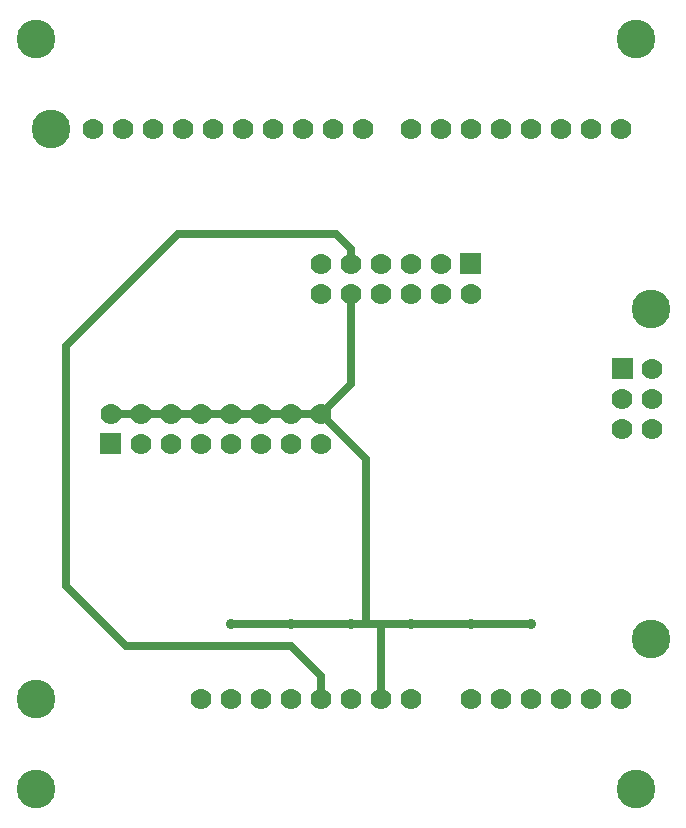
<source format=gbr>
G04 start of page 3 for group 5 idx 5 *
G04 Title: (unknown), bottom *
G04 Creator: pcb 20140316 *
G04 CreationDate: Wed 25 Jul 2018 01:27:56 PM GMT UTC *
G04 For: thomasc *
G04 Format: Gerber/RS-274X *
G04 PCB-Dimensions (mil): 2500.00 3000.00 *
G04 PCB-Coordinate-Origin: lower left *
%MOIN*%
%FSLAX25Y25*%
%LNBOTTOM*%
%ADD27C,0.1250*%
%ADD26C,0.0420*%
%ADD25C,0.0200*%
%ADD24C,0.0360*%
%ADD23C,0.0001*%
%ADD22C,0.1290*%
%ADD21C,0.0700*%
%ADD20C,0.0250*%
G54D20*X50000Y150000D02*X120000D01*
X135000Y135000D02*X120000Y150000D01*
X130000Y160000D02*X120000Y150000D01*
X55000Y72500D02*X35000Y92500D01*
Y172500D01*
X72500Y210000D01*
X130000Y190000D02*Y160000D01*
X72500Y210000D02*X125000D01*
X130000Y205000D01*
Y200000D01*
X190000Y80000D02*X90000D01*
X140000Y55000D02*Y80000D01*
X135000D02*Y135000D01*
X120000Y55000D02*Y62500D01*
X110000Y72500D01*
X55000D01*
G54D21*X134000Y245000D03*
X220000D03*
X200000D03*
X210000D03*
G54D22*X225000Y275000D03*
G54D21*X180000Y245000D03*
X190000D03*
X170000D03*
X160000D03*
X150000D03*
X84000D03*
X74000D03*
X94000D03*
X104000D03*
X44000D03*
X64000D03*
X54000D03*
X114000D03*
X124000D03*
G54D22*X25000Y275000D03*
X30000Y245000D03*
G54D21*X80000Y55000D03*
X90000D03*
G54D22*X25000Y25000D03*
Y55000D03*
G54D21*X120000D03*
X110000D03*
X100000D03*
X130000D03*
X140000D03*
X150000D03*
X170000D03*
X180000D03*
X210000D03*
X220000D03*
G54D22*X230000Y75000D03*
X225000Y25000D03*
G54D21*X200000Y55000D03*
X190000D03*
X50000Y150000D03*
G54D23*G36*
X46500Y143500D02*Y136500D01*
X53500D01*
Y143500D01*
X46500D01*
G37*
G54D21*X60000Y150000D03*
Y140000D03*
X70000Y150000D03*
Y140000D03*
X80000Y150000D03*
Y140000D03*
X90000D03*
X100000D03*
X110000D03*
X120000D03*
X90000Y150000D03*
X100000D03*
X110000D03*
X120000D03*
X230500Y165000D03*
G54D23*G36*
X217000Y168500D02*Y161500D01*
X224000D01*
Y168500D01*
X217000D01*
G37*
G54D21*X220500Y155000D03*
Y145000D03*
G54D22*X230000Y185000D03*
G54D21*X230500Y155000D03*
Y145000D03*
X170000Y190000D03*
X160000D03*
X150000D03*
X140000D03*
X130000D03*
X120000D03*
Y200000D03*
X130000D03*
X160000D03*
G54D23*G36*
X166500Y203500D02*Y196500D01*
X173500D01*
Y203500D01*
X166500D01*
G37*
G54D21*X150000Y200000D03*
X140000D03*
G54D24*X90000Y80000D03*
X110000D03*
X130000D03*
X150000D03*
X170000D03*
X190000D03*
G54D25*G54D26*G54D27*G54D26*G54D27*G54D26*G54D27*G54D26*G54D27*G54D26*G54D27*G54D26*M02*

</source>
